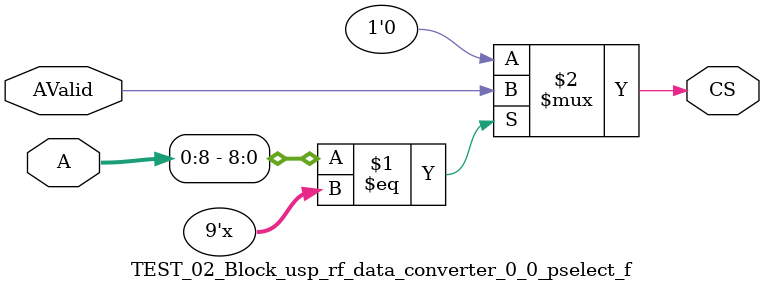
<source format=v>
`timescale 1 ps/1 ps

module TEST_02_Block_usp_rf_data_converter_0_0_pselect_f ( A, AValid, CS) ;

parameter C_AB  = 9;
parameter C_AW  = 32;
parameter [0:C_AW - 1] C_BAR =  'bz;
parameter C_FAMILY  = "nofamily";
input[0:C_AW-1] A; 
input AValid; 
output CS; 
wire CS;
parameter [0:C_AB-1]BAR = C_BAR[0:C_AB-1];

//----------------------------------------------------------------------------
// Build a behavioral decoder
//----------------------------------------------------------------------------
generate
if (C_AB > 0) begin : XST_WA
assign CS = (A[0:C_AB - 1] == BAR[0:C_AB - 1]) ? AValid : 1'b0 ;
end
endgenerate

generate
if (C_AB == 0) begin : PASS_ON_GEN
assign CS = AValid ;
end
endgenerate
endmodule

</source>
